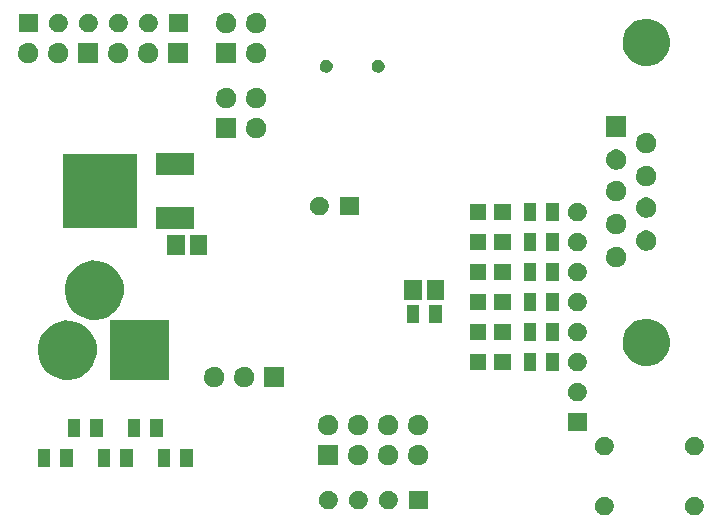
<source format=gbs>
G04 (created by PCBNEW (2013-mar-13)-testing) date śro, 14 sie 2013, 21:49:12*
%MOIN*%
G04 Gerber Fmt 3.4, Leading zero omitted, Abs format*
%FSLAX34Y34*%
G01*
G70*
G90*
G04 APERTURE LIST*
%ADD10C,0.005906*%
G04 APERTURE END LIST*
G54D10*
G36*
X1476Y-1635D02*
X846Y-1635D01*
X846Y-1005D01*
X1476Y-1005D01*
X1476Y-1635D01*
X1476Y-1635D01*
G37*
G36*
X1501Y-2288D02*
X1500Y-2361D01*
X1484Y-2429D01*
X1458Y-2487D01*
X1418Y-2544D01*
X1372Y-2588D01*
X1313Y-2625D01*
X1254Y-2648D01*
X1186Y-2660D01*
X1122Y-2659D01*
X1054Y-2644D01*
X996Y-2619D01*
X939Y-2579D01*
X895Y-2533D01*
X857Y-2474D01*
X833Y-2416D01*
X821Y-2347D01*
X822Y-2284D01*
X836Y-2215D01*
X861Y-2157D01*
X901Y-2099D01*
X946Y-2055D01*
X1004Y-2017D01*
X1063Y-1993D01*
X1132Y-1980D01*
X1195Y-1980D01*
X1264Y-1995D01*
X1322Y-2019D01*
X1380Y-2058D01*
X1424Y-2103D01*
X1463Y-2161D01*
X1487Y-2220D01*
X1500Y-2287D01*
X1501Y-2288D01*
X1501Y-2288D01*
G37*
G36*
X1901Y-16135D02*
X1471Y-16135D01*
X1471Y-15505D01*
X1901Y-15505D01*
X1901Y-16135D01*
X1901Y-16135D01*
G37*
G36*
X2476Y-1291D02*
X2475Y-1358D01*
X2460Y-1421D01*
X2436Y-1475D01*
X2399Y-1528D01*
X2357Y-1568D01*
X2302Y-1603D01*
X2247Y-1624D01*
X2184Y-1635D01*
X2125Y-1634D01*
X2062Y-1620D01*
X2008Y-1597D01*
X1955Y-1560D01*
X1914Y-1518D01*
X1879Y-1463D01*
X1858Y-1409D01*
X1846Y-1345D01*
X1847Y-1286D01*
X1860Y-1223D01*
X1883Y-1169D01*
X1920Y-1115D01*
X1962Y-1075D01*
X2016Y-1039D01*
X2070Y-1017D01*
X2134Y-1005D01*
X2192Y-1005D01*
X2256Y-1019D01*
X2310Y-1041D01*
X2364Y-1078D01*
X2405Y-1119D01*
X2441Y-1173D01*
X2463Y-1227D01*
X2463Y-1229D01*
X2476Y-1291D01*
X2476Y-1291D01*
G37*
G36*
X2501Y-2288D02*
X2500Y-2361D01*
X2484Y-2429D01*
X2458Y-2487D01*
X2418Y-2544D01*
X2372Y-2588D01*
X2313Y-2625D01*
X2254Y-2648D01*
X2186Y-2660D01*
X2122Y-2659D01*
X2054Y-2644D01*
X1996Y-2619D01*
X1939Y-2579D01*
X1895Y-2533D01*
X1857Y-2474D01*
X1833Y-2416D01*
X1821Y-2347D01*
X1822Y-2284D01*
X1836Y-2215D01*
X1861Y-2157D01*
X1901Y-2099D01*
X1946Y-2055D01*
X2004Y-2017D01*
X2063Y-1993D01*
X2132Y-1980D01*
X2195Y-1980D01*
X2264Y-1995D01*
X2322Y-2019D01*
X2380Y-2058D01*
X2424Y-2103D01*
X2463Y-2161D01*
X2487Y-2220D01*
X2500Y-2287D01*
X2501Y-2288D01*
X2501Y-2288D01*
G37*
G36*
X2651Y-16135D02*
X2221Y-16135D01*
X2221Y-15505D01*
X2651Y-15505D01*
X2651Y-16135D01*
X2651Y-16135D01*
G37*
G36*
X2901Y-15135D02*
X2471Y-15135D01*
X2471Y-14505D01*
X2901Y-14505D01*
X2901Y-15135D01*
X2901Y-15135D01*
G37*
G36*
X3446Y-12125D02*
X3443Y-12343D01*
X3399Y-12534D01*
X3322Y-12707D01*
X3209Y-12867D01*
X3071Y-12999D01*
X2906Y-13104D01*
X2728Y-13172D01*
X2535Y-13206D01*
X2345Y-13202D01*
X2154Y-13160D01*
X1980Y-13084D01*
X1819Y-12972D01*
X1687Y-12836D01*
X1580Y-12671D01*
X1510Y-12494D01*
X1475Y-12301D01*
X1478Y-12111D01*
X1518Y-11919D01*
X1593Y-11745D01*
X1704Y-11583D01*
X1840Y-11450D01*
X2004Y-11342D01*
X2180Y-11271D01*
X2373Y-11235D01*
X2563Y-11236D01*
X2755Y-11275D01*
X2930Y-11349D01*
X3093Y-11459D01*
X3226Y-11593D01*
X3335Y-11757D01*
X3407Y-11932D01*
X3408Y-11934D01*
X3446Y-12125D01*
X3446Y-12125D01*
G37*
G36*
X3476Y-1291D02*
X3475Y-1358D01*
X3460Y-1421D01*
X3436Y-1475D01*
X3399Y-1528D01*
X3357Y-1568D01*
X3302Y-1603D01*
X3247Y-1624D01*
X3184Y-1635D01*
X3125Y-1634D01*
X3062Y-1620D01*
X3008Y-1597D01*
X2955Y-1560D01*
X2914Y-1518D01*
X2879Y-1463D01*
X2858Y-1409D01*
X2846Y-1345D01*
X2847Y-1286D01*
X2860Y-1223D01*
X2883Y-1169D01*
X2920Y-1115D01*
X2962Y-1075D01*
X3016Y-1039D01*
X3070Y-1017D01*
X3134Y-1005D01*
X3192Y-1005D01*
X3256Y-1019D01*
X3310Y-1041D01*
X3364Y-1078D01*
X3405Y-1119D01*
X3441Y-1173D01*
X3463Y-1227D01*
X3463Y-1229D01*
X3476Y-1291D01*
X3476Y-1291D01*
G37*
G36*
X3501Y-2660D02*
X2821Y-2660D01*
X2821Y-1980D01*
X3501Y-1980D01*
X3501Y-2660D01*
X3501Y-2660D01*
G37*
G36*
X3651Y-15135D02*
X3221Y-15135D01*
X3221Y-14505D01*
X3651Y-14505D01*
X3651Y-15135D01*
X3651Y-15135D01*
G37*
G36*
X3901Y-16135D02*
X3471Y-16135D01*
X3471Y-15505D01*
X3901Y-15505D01*
X3901Y-16135D01*
X3901Y-16135D01*
G37*
G36*
X4346Y-10125D02*
X4343Y-10343D01*
X4299Y-10534D01*
X4222Y-10707D01*
X4109Y-10867D01*
X3971Y-10999D01*
X3806Y-11104D01*
X3628Y-11172D01*
X3435Y-11206D01*
X3245Y-11202D01*
X3054Y-11160D01*
X2880Y-11084D01*
X2719Y-10972D01*
X2587Y-10836D01*
X2480Y-10671D01*
X2410Y-10494D01*
X2375Y-10301D01*
X2378Y-10111D01*
X2418Y-9919D01*
X2493Y-9745D01*
X2604Y-9583D01*
X2740Y-9450D01*
X2904Y-9342D01*
X3080Y-9271D01*
X3273Y-9235D01*
X3463Y-9236D01*
X3655Y-9275D01*
X3830Y-9349D01*
X3993Y-9459D01*
X4126Y-9593D01*
X4235Y-9757D01*
X4307Y-9932D01*
X4308Y-9934D01*
X4346Y-10125D01*
X4346Y-10125D01*
G37*
G36*
X4476Y-1291D02*
X4475Y-1358D01*
X4460Y-1421D01*
X4436Y-1475D01*
X4399Y-1528D01*
X4357Y-1568D01*
X4302Y-1603D01*
X4247Y-1624D01*
X4184Y-1635D01*
X4125Y-1634D01*
X4062Y-1620D01*
X4008Y-1597D01*
X3955Y-1560D01*
X3914Y-1518D01*
X3879Y-1463D01*
X3858Y-1409D01*
X3846Y-1345D01*
X3847Y-1286D01*
X3860Y-1223D01*
X3883Y-1169D01*
X3920Y-1115D01*
X3962Y-1075D01*
X4016Y-1039D01*
X4070Y-1017D01*
X4134Y-1005D01*
X4192Y-1005D01*
X4256Y-1019D01*
X4310Y-1041D01*
X4364Y-1078D01*
X4405Y-1119D01*
X4441Y-1173D01*
X4463Y-1227D01*
X4463Y-1229D01*
X4476Y-1291D01*
X4476Y-1291D01*
G37*
G36*
X4501Y-2288D02*
X4500Y-2361D01*
X4484Y-2429D01*
X4458Y-2487D01*
X4418Y-2544D01*
X4372Y-2588D01*
X4313Y-2625D01*
X4254Y-2648D01*
X4186Y-2660D01*
X4122Y-2659D01*
X4054Y-2644D01*
X3996Y-2619D01*
X3939Y-2579D01*
X3895Y-2533D01*
X3857Y-2474D01*
X3833Y-2416D01*
X3821Y-2347D01*
X3822Y-2284D01*
X3836Y-2215D01*
X3861Y-2157D01*
X3901Y-2099D01*
X3946Y-2055D01*
X4004Y-2017D01*
X4063Y-1993D01*
X4132Y-1980D01*
X4195Y-1980D01*
X4264Y-1995D01*
X4322Y-2019D01*
X4380Y-2058D01*
X4424Y-2103D01*
X4463Y-2161D01*
X4487Y-2220D01*
X4500Y-2287D01*
X4501Y-2288D01*
X4501Y-2288D01*
G37*
G36*
X4651Y-16135D02*
X4221Y-16135D01*
X4221Y-15505D01*
X4651Y-15505D01*
X4651Y-16135D01*
X4651Y-16135D01*
G37*
G36*
X4801Y-8160D02*
X2321Y-8160D01*
X2321Y-5680D01*
X4801Y-5680D01*
X4801Y-8160D01*
X4801Y-8160D01*
G37*
G36*
X4901Y-15135D02*
X4471Y-15135D01*
X4471Y-14505D01*
X4901Y-14505D01*
X4901Y-15135D01*
X4901Y-15135D01*
G37*
G36*
X5476Y-1291D02*
X5475Y-1358D01*
X5460Y-1421D01*
X5436Y-1475D01*
X5399Y-1528D01*
X5357Y-1568D01*
X5302Y-1603D01*
X5247Y-1624D01*
X5184Y-1635D01*
X5125Y-1634D01*
X5062Y-1620D01*
X5008Y-1597D01*
X4955Y-1560D01*
X4914Y-1518D01*
X4879Y-1463D01*
X4858Y-1409D01*
X4846Y-1345D01*
X4847Y-1286D01*
X4860Y-1223D01*
X4883Y-1169D01*
X4920Y-1115D01*
X4962Y-1075D01*
X5016Y-1039D01*
X5070Y-1017D01*
X5134Y-1005D01*
X5192Y-1005D01*
X5256Y-1019D01*
X5310Y-1041D01*
X5364Y-1078D01*
X5405Y-1119D01*
X5441Y-1173D01*
X5463Y-1227D01*
X5463Y-1229D01*
X5476Y-1291D01*
X5476Y-1291D01*
G37*
G36*
X5501Y-2288D02*
X5500Y-2361D01*
X5484Y-2429D01*
X5458Y-2487D01*
X5418Y-2544D01*
X5372Y-2588D01*
X5313Y-2625D01*
X5254Y-2648D01*
X5186Y-2660D01*
X5122Y-2659D01*
X5054Y-2644D01*
X4996Y-2619D01*
X4939Y-2579D01*
X4895Y-2533D01*
X4857Y-2474D01*
X4833Y-2416D01*
X4821Y-2347D01*
X4822Y-2284D01*
X4836Y-2215D01*
X4861Y-2157D01*
X4901Y-2099D01*
X4946Y-2055D01*
X5004Y-2017D01*
X5063Y-1993D01*
X5132Y-1980D01*
X5195Y-1980D01*
X5264Y-1995D01*
X5322Y-2019D01*
X5380Y-2058D01*
X5424Y-2103D01*
X5463Y-2161D01*
X5487Y-2220D01*
X5500Y-2287D01*
X5501Y-2288D01*
X5501Y-2288D01*
G37*
G36*
X5651Y-15135D02*
X5221Y-15135D01*
X5221Y-14505D01*
X5651Y-14505D01*
X5651Y-15135D01*
X5651Y-15135D01*
G37*
G36*
X5846Y-13205D02*
X3876Y-13205D01*
X3876Y-11235D01*
X5846Y-11235D01*
X5846Y-13205D01*
X5846Y-13205D01*
G37*
G36*
X5901Y-16135D02*
X5471Y-16135D01*
X5471Y-15505D01*
X5901Y-15505D01*
X5901Y-16135D01*
X5901Y-16135D01*
G37*
G36*
X6382Y-9055D02*
X5790Y-9055D01*
X5790Y-8385D01*
X6382Y-8385D01*
X6382Y-9055D01*
X6382Y-9055D01*
G37*
G36*
X6476Y-1635D02*
X5846Y-1635D01*
X5846Y-1005D01*
X6476Y-1005D01*
X6476Y-1635D01*
X6476Y-1635D01*
G37*
G36*
X6501Y-2660D02*
X5821Y-2660D01*
X5821Y-1980D01*
X6501Y-1980D01*
X6501Y-2660D01*
X6501Y-2660D01*
G37*
G36*
X6651Y-16135D02*
X6221Y-16135D01*
X6221Y-15505D01*
X6651Y-15505D01*
X6651Y-16135D01*
X6651Y-16135D01*
G37*
G36*
X6701Y-6385D02*
X5421Y-6385D01*
X5421Y-5655D01*
X6701Y-5655D01*
X6701Y-6385D01*
X6701Y-6385D01*
G37*
G36*
X6701Y-8185D02*
X5421Y-8185D01*
X5421Y-7455D01*
X6701Y-7455D01*
X6701Y-8185D01*
X6701Y-8185D01*
G37*
G36*
X7132Y-9055D02*
X6540Y-9055D01*
X6540Y-8385D01*
X7132Y-8385D01*
X7132Y-9055D01*
X7132Y-9055D01*
G37*
G36*
X7701Y-13088D02*
X7700Y-13161D01*
X7684Y-13229D01*
X7658Y-13287D01*
X7618Y-13344D01*
X7572Y-13388D01*
X7513Y-13425D01*
X7454Y-13448D01*
X7386Y-13460D01*
X7322Y-13459D01*
X7254Y-13444D01*
X7196Y-13419D01*
X7139Y-13379D01*
X7095Y-13333D01*
X7057Y-13274D01*
X7033Y-13216D01*
X7021Y-13147D01*
X7022Y-13084D01*
X7036Y-13015D01*
X7061Y-12957D01*
X7101Y-12899D01*
X7146Y-12855D01*
X7204Y-12817D01*
X7263Y-12793D01*
X7332Y-12780D01*
X7395Y-12780D01*
X7464Y-12795D01*
X7522Y-12819D01*
X7580Y-12858D01*
X7624Y-12903D01*
X7663Y-12961D01*
X7687Y-13020D01*
X7700Y-13087D01*
X7701Y-13088D01*
X7701Y-13088D01*
G37*
G36*
X8101Y-1288D02*
X8100Y-1361D01*
X8084Y-1429D01*
X8058Y-1487D01*
X8018Y-1544D01*
X7972Y-1588D01*
X7913Y-1625D01*
X7854Y-1648D01*
X7786Y-1660D01*
X7722Y-1659D01*
X7654Y-1644D01*
X7596Y-1619D01*
X7539Y-1579D01*
X7495Y-1533D01*
X7457Y-1474D01*
X7433Y-1416D01*
X7421Y-1347D01*
X7422Y-1284D01*
X7436Y-1215D01*
X7461Y-1157D01*
X7501Y-1099D01*
X7546Y-1055D01*
X7604Y-1017D01*
X7663Y-993D01*
X7732Y-980D01*
X7795Y-980D01*
X7864Y-995D01*
X7922Y-1019D01*
X7980Y-1058D01*
X8024Y-1103D01*
X8063Y-1161D01*
X8087Y-1220D01*
X8100Y-1287D01*
X8101Y-1288D01*
X8101Y-1288D01*
G37*
G36*
X8101Y-3788D02*
X8100Y-3861D01*
X8084Y-3929D01*
X8058Y-3987D01*
X8018Y-4044D01*
X7972Y-4088D01*
X7913Y-4125D01*
X7854Y-4148D01*
X7786Y-4160D01*
X7722Y-4159D01*
X7654Y-4144D01*
X7596Y-4119D01*
X7539Y-4079D01*
X7495Y-4033D01*
X7457Y-3974D01*
X7433Y-3916D01*
X7421Y-3847D01*
X7422Y-3784D01*
X7436Y-3715D01*
X7461Y-3657D01*
X7501Y-3599D01*
X7546Y-3555D01*
X7604Y-3517D01*
X7663Y-3493D01*
X7732Y-3480D01*
X7795Y-3480D01*
X7864Y-3495D01*
X7922Y-3519D01*
X7980Y-3558D01*
X8024Y-3603D01*
X8063Y-3661D01*
X8087Y-3720D01*
X8100Y-3787D01*
X8101Y-3788D01*
X8101Y-3788D01*
G37*
G36*
X8101Y-2660D02*
X7421Y-2660D01*
X7421Y-1980D01*
X8101Y-1980D01*
X8101Y-2660D01*
X8101Y-2660D01*
G37*
G36*
X8101Y-5160D02*
X7421Y-5160D01*
X7421Y-4480D01*
X8101Y-4480D01*
X8101Y-5160D01*
X8101Y-5160D01*
G37*
G36*
X8701Y-13088D02*
X8700Y-13161D01*
X8684Y-13229D01*
X8658Y-13287D01*
X8618Y-13344D01*
X8572Y-13388D01*
X8513Y-13425D01*
X8454Y-13448D01*
X8386Y-13460D01*
X8322Y-13459D01*
X8254Y-13444D01*
X8196Y-13419D01*
X8139Y-13379D01*
X8095Y-13333D01*
X8057Y-13274D01*
X8033Y-13216D01*
X8021Y-13147D01*
X8022Y-13084D01*
X8036Y-13015D01*
X8061Y-12957D01*
X8101Y-12899D01*
X8146Y-12855D01*
X8204Y-12817D01*
X8263Y-12793D01*
X8332Y-12780D01*
X8395Y-12780D01*
X8464Y-12795D01*
X8522Y-12819D01*
X8580Y-12858D01*
X8624Y-12903D01*
X8663Y-12961D01*
X8687Y-13020D01*
X8700Y-13087D01*
X8701Y-13088D01*
X8701Y-13088D01*
G37*
G36*
X9101Y-1288D02*
X9100Y-1361D01*
X9084Y-1429D01*
X9058Y-1487D01*
X9018Y-1544D01*
X8972Y-1588D01*
X8913Y-1625D01*
X8854Y-1648D01*
X8786Y-1660D01*
X8722Y-1659D01*
X8654Y-1644D01*
X8596Y-1619D01*
X8539Y-1579D01*
X8495Y-1533D01*
X8457Y-1474D01*
X8433Y-1416D01*
X8421Y-1347D01*
X8422Y-1284D01*
X8436Y-1215D01*
X8461Y-1157D01*
X8501Y-1099D01*
X8546Y-1055D01*
X8604Y-1017D01*
X8663Y-993D01*
X8732Y-980D01*
X8795Y-980D01*
X8864Y-995D01*
X8922Y-1019D01*
X8980Y-1058D01*
X9024Y-1103D01*
X9063Y-1161D01*
X9087Y-1220D01*
X9100Y-1287D01*
X9101Y-1288D01*
X9101Y-1288D01*
G37*
G36*
X9101Y-2288D02*
X9100Y-2361D01*
X9084Y-2429D01*
X9058Y-2487D01*
X9018Y-2544D01*
X8972Y-2588D01*
X8913Y-2625D01*
X8854Y-2648D01*
X8786Y-2660D01*
X8722Y-2659D01*
X8654Y-2644D01*
X8596Y-2619D01*
X8539Y-2579D01*
X8495Y-2533D01*
X8457Y-2474D01*
X8433Y-2416D01*
X8421Y-2347D01*
X8422Y-2284D01*
X8436Y-2215D01*
X8461Y-2157D01*
X8501Y-2099D01*
X8546Y-2055D01*
X8604Y-2017D01*
X8663Y-1993D01*
X8732Y-1980D01*
X8795Y-1980D01*
X8864Y-1995D01*
X8922Y-2019D01*
X8980Y-2058D01*
X9024Y-2103D01*
X9063Y-2161D01*
X9087Y-2220D01*
X9100Y-2287D01*
X9101Y-2288D01*
X9101Y-2288D01*
G37*
G36*
X9101Y-3788D02*
X9100Y-3861D01*
X9084Y-3929D01*
X9058Y-3987D01*
X9018Y-4044D01*
X8972Y-4088D01*
X8913Y-4125D01*
X8854Y-4148D01*
X8786Y-4160D01*
X8722Y-4159D01*
X8654Y-4144D01*
X8596Y-4119D01*
X8539Y-4079D01*
X8495Y-4033D01*
X8457Y-3974D01*
X8433Y-3916D01*
X8421Y-3847D01*
X8422Y-3784D01*
X8436Y-3715D01*
X8461Y-3657D01*
X8501Y-3599D01*
X8546Y-3555D01*
X8604Y-3517D01*
X8663Y-3493D01*
X8732Y-3480D01*
X8795Y-3480D01*
X8864Y-3495D01*
X8922Y-3519D01*
X8980Y-3558D01*
X9024Y-3603D01*
X9063Y-3661D01*
X9087Y-3720D01*
X9100Y-3787D01*
X9101Y-3788D01*
X9101Y-3788D01*
G37*
G36*
X9101Y-4788D02*
X9100Y-4861D01*
X9084Y-4929D01*
X9058Y-4987D01*
X9018Y-5044D01*
X8972Y-5088D01*
X8913Y-5125D01*
X8854Y-5148D01*
X8786Y-5160D01*
X8722Y-5159D01*
X8654Y-5144D01*
X8596Y-5119D01*
X8539Y-5079D01*
X8495Y-5033D01*
X8457Y-4974D01*
X8433Y-4916D01*
X8421Y-4847D01*
X8422Y-4784D01*
X8436Y-4715D01*
X8461Y-4657D01*
X8501Y-4599D01*
X8546Y-4555D01*
X8604Y-4517D01*
X8663Y-4493D01*
X8732Y-4480D01*
X8795Y-4480D01*
X8864Y-4495D01*
X8922Y-4519D01*
X8980Y-4558D01*
X9024Y-4603D01*
X9063Y-4661D01*
X9087Y-4720D01*
X9100Y-4787D01*
X9101Y-4788D01*
X9101Y-4788D01*
G37*
G36*
X9701Y-13460D02*
X9021Y-13460D01*
X9021Y-12780D01*
X9701Y-12780D01*
X9701Y-13460D01*
X9701Y-13460D01*
G37*
G36*
X11176Y-7391D02*
X11175Y-7458D01*
X11160Y-7521D01*
X11136Y-7575D01*
X11099Y-7628D01*
X11057Y-7668D01*
X11002Y-7703D01*
X10947Y-7724D01*
X10884Y-7735D01*
X10825Y-7734D01*
X10762Y-7720D01*
X10708Y-7697D01*
X10655Y-7660D01*
X10614Y-7618D01*
X10579Y-7563D01*
X10558Y-7509D01*
X10546Y-7445D01*
X10547Y-7386D01*
X10560Y-7323D01*
X10583Y-7269D01*
X10620Y-7215D01*
X10662Y-7175D01*
X10716Y-7139D01*
X10770Y-7117D01*
X10834Y-7105D01*
X10892Y-7105D01*
X10956Y-7119D01*
X11010Y-7141D01*
X11064Y-7178D01*
X11105Y-7219D01*
X11141Y-7273D01*
X11163Y-7327D01*
X11163Y-7329D01*
X11176Y-7391D01*
X11176Y-7391D01*
G37*
G36*
X11312Y-2735D02*
X11311Y-2781D01*
X11301Y-2825D01*
X11285Y-2861D01*
X11259Y-2898D01*
X11230Y-2926D01*
X11192Y-2950D01*
X11155Y-2964D01*
X11110Y-2972D01*
X11071Y-2971D01*
X11026Y-2961D01*
X10990Y-2946D01*
X10953Y-2920D01*
X10925Y-2891D01*
X10901Y-2853D01*
X10886Y-2817D01*
X10878Y-2772D01*
X10879Y-2732D01*
X10888Y-2688D01*
X10903Y-2652D01*
X10929Y-2614D01*
X10957Y-2586D01*
X10996Y-2561D01*
X11032Y-2547D01*
X11077Y-2538D01*
X11116Y-2538D01*
X11161Y-2548D01*
X11197Y-2563D01*
X11235Y-2588D01*
X11262Y-2616D01*
X11288Y-2654D01*
X11303Y-2690D01*
X11312Y-2735D01*
X11312Y-2735D01*
G37*
G36*
X11476Y-17191D02*
X11475Y-17258D01*
X11460Y-17321D01*
X11436Y-17375D01*
X11399Y-17428D01*
X11357Y-17468D01*
X11302Y-17503D01*
X11247Y-17524D01*
X11184Y-17535D01*
X11125Y-17534D01*
X11062Y-17520D01*
X11008Y-17497D01*
X10955Y-17460D01*
X10914Y-17418D01*
X10879Y-17363D01*
X10858Y-17309D01*
X10846Y-17245D01*
X10847Y-17186D01*
X10860Y-17123D01*
X10883Y-17069D01*
X10920Y-17015D01*
X10962Y-16975D01*
X11016Y-16939D01*
X11070Y-16917D01*
X11134Y-16905D01*
X11192Y-16905D01*
X11256Y-16919D01*
X11310Y-16941D01*
X11364Y-16978D01*
X11405Y-17019D01*
X11441Y-17073D01*
X11463Y-17127D01*
X11463Y-17129D01*
X11476Y-17191D01*
X11476Y-17191D01*
G37*
G36*
X11501Y-14688D02*
X11500Y-14761D01*
X11484Y-14829D01*
X11458Y-14887D01*
X11418Y-14944D01*
X11372Y-14988D01*
X11313Y-15025D01*
X11254Y-15048D01*
X11186Y-15060D01*
X11122Y-15059D01*
X11054Y-15044D01*
X10996Y-15019D01*
X10939Y-14979D01*
X10895Y-14933D01*
X10857Y-14874D01*
X10833Y-14816D01*
X10821Y-14747D01*
X10822Y-14684D01*
X10836Y-14615D01*
X10861Y-14557D01*
X10901Y-14499D01*
X10946Y-14455D01*
X11004Y-14417D01*
X11063Y-14393D01*
X11132Y-14380D01*
X11195Y-14380D01*
X11264Y-14395D01*
X11322Y-14419D01*
X11380Y-14458D01*
X11424Y-14503D01*
X11463Y-14561D01*
X11487Y-14620D01*
X11500Y-14687D01*
X11501Y-14688D01*
X11501Y-14688D01*
G37*
G36*
X11501Y-16060D02*
X10821Y-16060D01*
X10821Y-15380D01*
X11501Y-15380D01*
X11501Y-16060D01*
X11501Y-16060D01*
G37*
G36*
X12176Y-7735D02*
X11546Y-7735D01*
X11546Y-7105D01*
X12176Y-7105D01*
X12176Y-7735D01*
X12176Y-7735D01*
G37*
G36*
X12476Y-17191D02*
X12475Y-17258D01*
X12460Y-17321D01*
X12436Y-17375D01*
X12399Y-17428D01*
X12357Y-17468D01*
X12302Y-17503D01*
X12247Y-17524D01*
X12184Y-17535D01*
X12125Y-17534D01*
X12062Y-17520D01*
X12008Y-17497D01*
X11955Y-17460D01*
X11914Y-17418D01*
X11879Y-17363D01*
X11858Y-17309D01*
X11846Y-17245D01*
X11847Y-17186D01*
X11860Y-17123D01*
X11883Y-17069D01*
X11920Y-17015D01*
X11962Y-16975D01*
X12016Y-16939D01*
X12070Y-16917D01*
X12134Y-16905D01*
X12192Y-16905D01*
X12256Y-16919D01*
X12310Y-16941D01*
X12364Y-16978D01*
X12405Y-17019D01*
X12441Y-17073D01*
X12463Y-17127D01*
X12463Y-17129D01*
X12476Y-17191D01*
X12476Y-17191D01*
G37*
G36*
X12501Y-14688D02*
X12500Y-14761D01*
X12484Y-14829D01*
X12458Y-14887D01*
X12418Y-14944D01*
X12372Y-14988D01*
X12313Y-15025D01*
X12254Y-15048D01*
X12186Y-15060D01*
X12122Y-15059D01*
X12054Y-15044D01*
X11996Y-15019D01*
X11939Y-14979D01*
X11895Y-14933D01*
X11857Y-14874D01*
X11833Y-14816D01*
X11821Y-14747D01*
X11822Y-14684D01*
X11836Y-14615D01*
X11861Y-14557D01*
X11901Y-14499D01*
X11946Y-14455D01*
X12004Y-14417D01*
X12063Y-14393D01*
X12132Y-14380D01*
X12195Y-14380D01*
X12264Y-14395D01*
X12322Y-14419D01*
X12380Y-14458D01*
X12424Y-14503D01*
X12463Y-14561D01*
X12487Y-14620D01*
X12500Y-14687D01*
X12501Y-14688D01*
X12501Y-14688D01*
G37*
G36*
X12501Y-15688D02*
X12500Y-15761D01*
X12484Y-15829D01*
X12458Y-15887D01*
X12418Y-15944D01*
X12372Y-15988D01*
X12313Y-16025D01*
X12254Y-16048D01*
X12186Y-16060D01*
X12122Y-16059D01*
X12054Y-16044D01*
X11996Y-16019D01*
X11939Y-15979D01*
X11895Y-15933D01*
X11857Y-15874D01*
X11833Y-15816D01*
X11821Y-15747D01*
X11822Y-15684D01*
X11836Y-15615D01*
X11861Y-15557D01*
X11901Y-15499D01*
X11946Y-15455D01*
X12004Y-15417D01*
X12063Y-15393D01*
X12132Y-15380D01*
X12195Y-15380D01*
X12264Y-15395D01*
X12322Y-15419D01*
X12380Y-15458D01*
X12424Y-15503D01*
X12463Y-15561D01*
X12487Y-15620D01*
X12500Y-15687D01*
X12501Y-15688D01*
X12501Y-15688D01*
G37*
G36*
X13044Y-2735D02*
X13043Y-2781D01*
X13033Y-2825D01*
X13017Y-2861D01*
X12991Y-2898D01*
X12962Y-2926D01*
X12924Y-2950D01*
X12887Y-2964D01*
X12842Y-2972D01*
X12803Y-2971D01*
X12758Y-2961D01*
X12722Y-2946D01*
X12685Y-2920D01*
X12657Y-2891D01*
X12633Y-2853D01*
X12618Y-2817D01*
X12610Y-2772D01*
X12611Y-2732D01*
X12620Y-2688D01*
X12635Y-2652D01*
X12661Y-2614D01*
X12689Y-2586D01*
X12728Y-2561D01*
X12764Y-2547D01*
X12809Y-2538D01*
X12848Y-2538D01*
X12893Y-2548D01*
X12929Y-2563D01*
X12967Y-2588D01*
X12994Y-2616D01*
X13020Y-2654D01*
X13035Y-2690D01*
X13044Y-2735D01*
X13044Y-2735D01*
G37*
G36*
X13476Y-17191D02*
X13475Y-17258D01*
X13460Y-17321D01*
X13436Y-17375D01*
X13399Y-17428D01*
X13357Y-17468D01*
X13302Y-17503D01*
X13247Y-17524D01*
X13184Y-17535D01*
X13125Y-17534D01*
X13062Y-17520D01*
X13008Y-17497D01*
X12955Y-17460D01*
X12914Y-17418D01*
X12879Y-17363D01*
X12858Y-17309D01*
X12846Y-17245D01*
X12847Y-17186D01*
X12860Y-17123D01*
X12883Y-17069D01*
X12920Y-17015D01*
X12962Y-16975D01*
X13016Y-16939D01*
X13070Y-16917D01*
X13134Y-16905D01*
X13192Y-16905D01*
X13256Y-16919D01*
X13310Y-16941D01*
X13364Y-16978D01*
X13405Y-17019D01*
X13441Y-17073D01*
X13463Y-17127D01*
X13463Y-17129D01*
X13476Y-17191D01*
X13476Y-17191D01*
G37*
G36*
X13501Y-14688D02*
X13500Y-14761D01*
X13484Y-14829D01*
X13458Y-14887D01*
X13418Y-14944D01*
X13372Y-14988D01*
X13313Y-15025D01*
X13254Y-15048D01*
X13186Y-15060D01*
X13122Y-15059D01*
X13054Y-15044D01*
X12996Y-15019D01*
X12939Y-14979D01*
X12895Y-14933D01*
X12857Y-14874D01*
X12833Y-14816D01*
X12821Y-14747D01*
X12822Y-14684D01*
X12836Y-14615D01*
X12861Y-14557D01*
X12901Y-14499D01*
X12946Y-14455D01*
X13004Y-14417D01*
X13063Y-14393D01*
X13132Y-14380D01*
X13195Y-14380D01*
X13264Y-14395D01*
X13322Y-14419D01*
X13380Y-14458D01*
X13424Y-14503D01*
X13463Y-14561D01*
X13487Y-14620D01*
X13500Y-14687D01*
X13501Y-14688D01*
X13501Y-14688D01*
G37*
G36*
X13501Y-15688D02*
X13500Y-15761D01*
X13484Y-15829D01*
X13458Y-15887D01*
X13418Y-15944D01*
X13372Y-15988D01*
X13313Y-16025D01*
X13254Y-16048D01*
X13186Y-16060D01*
X13122Y-16059D01*
X13054Y-16044D01*
X12996Y-16019D01*
X12939Y-15979D01*
X12895Y-15933D01*
X12857Y-15874D01*
X12833Y-15816D01*
X12821Y-15747D01*
X12822Y-15684D01*
X12836Y-15615D01*
X12861Y-15557D01*
X12901Y-15499D01*
X12946Y-15455D01*
X13004Y-15417D01*
X13063Y-15393D01*
X13132Y-15380D01*
X13195Y-15380D01*
X13264Y-15395D01*
X13322Y-15419D01*
X13380Y-15458D01*
X13424Y-15503D01*
X13463Y-15561D01*
X13487Y-15620D01*
X13500Y-15687D01*
X13501Y-15688D01*
X13501Y-15688D01*
G37*
G36*
X14201Y-11335D02*
X13771Y-11335D01*
X13771Y-10705D01*
X14201Y-10705D01*
X14201Y-11335D01*
X14201Y-11335D01*
G37*
G36*
X14282Y-10555D02*
X13690Y-10555D01*
X13690Y-9885D01*
X14282Y-9885D01*
X14282Y-10555D01*
X14282Y-10555D01*
G37*
G36*
X14476Y-17535D02*
X13846Y-17535D01*
X13846Y-16905D01*
X14476Y-16905D01*
X14476Y-17535D01*
X14476Y-17535D01*
G37*
G36*
X14501Y-14688D02*
X14500Y-14761D01*
X14484Y-14829D01*
X14458Y-14887D01*
X14418Y-14944D01*
X14372Y-14988D01*
X14313Y-15025D01*
X14254Y-15048D01*
X14186Y-15060D01*
X14122Y-15059D01*
X14054Y-15044D01*
X13996Y-15019D01*
X13939Y-14979D01*
X13895Y-14933D01*
X13857Y-14874D01*
X13833Y-14816D01*
X13821Y-14747D01*
X13822Y-14684D01*
X13836Y-14615D01*
X13861Y-14557D01*
X13901Y-14499D01*
X13946Y-14455D01*
X14004Y-14417D01*
X14063Y-14393D01*
X14132Y-14380D01*
X14195Y-14380D01*
X14264Y-14395D01*
X14322Y-14419D01*
X14380Y-14458D01*
X14424Y-14503D01*
X14463Y-14561D01*
X14487Y-14620D01*
X14500Y-14687D01*
X14501Y-14688D01*
X14501Y-14688D01*
G37*
G36*
X14501Y-15688D02*
X14500Y-15761D01*
X14484Y-15829D01*
X14458Y-15887D01*
X14418Y-15944D01*
X14372Y-15988D01*
X14313Y-16025D01*
X14254Y-16048D01*
X14186Y-16060D01*
X14122Y-16059D01*
X14054Y-16044D01*
X13996Y-16019D01*
X13939Y-15979D01*
X13895Y-15933D01*
X13857Y-15874D01*
X13833Y-15816D01*
X13821Y-15747D01*
X13822Y-15684D01*
X13836Y-15615D01*
X13861Y-15557D01*
X13901Y-15499D01*
X13946Y-15455D01*
X14004Y-15417D01*
X14063Y-15393D01*
X14132Y-15380D01*
X14195Y-15380D01*
X14264Y-15395D01*
X14322Y-15419D01*
X14380Y-15458D01*
X14424Y-15503D01*
X14463Y-15561D01*
X14487Y-15620D01*
X14500Y-15687D01*
X14501Y-15688D01*
X14501Y-15688D01*
G37*
G36*
X14951Y-11335D02*
X14521Y-11335D01*
X14521Y-10705D01*
X14951Y-10705D01*
X14951Y-11335D01*
X14951Y-11335D01*
G37*
G36*
X15032Y-10555D02*
X14440Y-10555D01*
X14440Y-9885D01*
X15032Y-9885D01*
X15032Y-10555D01*
X15032Y-10555D01*
G37*
G36*
X16424Y-7896D02*
X15872Y-7896D01*
X15872Y-7344D01*
X16424Y-7344D01*
X16424Y-7896D01*
X16424Y-7896D01*
G37*
G36*
X16424Y-8896D02*
X15872Y-8896D01*
X15872Y-8344D01*
X16424Y-8344D01*
X16424Y-8896D01*
X16424Y-8896D01*
G37*
G36*
X16424Y-9896D02*
X15872Y-9896D01*
X15872Y-9344D01*
X16424Y-9344D01*
X16424Y-9896D01*
X16424Y-9896D01*
G37*
G36*
X16424Y-10896D02*
X15872Y-10896D01*
X15872Y-10344D01*
X16424Y-10344D01*
X16424Y-10896D01*
X16424Y-10896D01*
G37*
G36*
X16424Y-11896D02*
X15872Y-11896D01*
X15872Y-11344D01*
X16424Y-11344D01*
X16424Y-11896D01*
X16424Y-11896D01*
G37*
G36*
X16424Y-12896D02*
X15872Y-12896D01*
X15872Y-12344D01*
X16424Y-12344D01*
X16424Y-12896D01*
X16424Y-12896D01*
G37*
G36*
X17250Y-7896D02*
X16698Y-7896D01*
X16698Y-7344D01*
X17250Y-7344D01*
X17250Y-7896D01*
X17250Y-7896D01*
G37*
G36*
X17250Y-8896D02*
X16698Y-8896D01*
X16698Y-8344D01*
X17250Y-8344D01*
X17250Y-8896D01*
X17250Y-8896D01*
G37*
G36*
X17250Y-9896D02*
X16698Y-9896D01*
X16698Y-9344D01*
X17250Y-9344D01*
X17250Y-9896D01*
X17250Y-9896D01*
G37*
G36*
X17250Y-10896D02*
X16698Y-10896D01*
X16698Y-10344D01*
X17250Y-10344D01*
X17250Y-10896D01*
X17250Y-10896D01*
G37*
G36*
X17250Y-11896D02*
X16698Y-11896D01*
X16698Y-11344D01*
X17250Y-11344D01*
X17250Y-11896D01*
X17250Y-11896D01*
G37*
G36*
X17250Y-12896D02*
X16698Y-12896D01*
X16698Y-12344D01*
X17250Y-12344D01*
X17250Y-12896D01*
X17250Y-12896D01*
G37*
G36*
X18101Y-7935D02*
X17671Y-7935D01*
X17671Y-7305D01*
X18101Y-7305D01*
X18101Y-7935D01*
X18101Y-7935D01*
G37*
G36*
X18101Y-8935D02*
X17671Y-8935D01*
X17671Y-8305D01*
X18101Y-8305D01*
X18101Y-8935D01*
X18101Y-8935D01*
G37*
G36*
X18101Y-9935D02*
X17671Y-9935D01*
X17671Y-9305D01*
X18101Y-9305D01*
X18101Y-9935D01*
X18101Y-9935D01*
G37*
G36*
X18101Y-10935D02*
X17671Y-10935D01*
X17671Y-10305D01*
X18101Y-10305D01*
X18101Y-10935D01*
X18101Y-10935D01*
G37*
G36*
X18101Y-11935D02*
X17671Y-11935D01*
X17671Y-11305D01*
X18101Y-11305D01*
X18101Y-11935D01*
X18101Y-11935D01*
G37*
G36*
X18101Y-12935D02*
X17671Y-12935D01*
X17671Y-12305D01*
X18101Y-12305D01*
X18101Y-12935D01*
X18101Y-12935D01*
G37*
G36*
X18851Y-7935D02*
X18421Y-7935D01*
X18421Y-7305D01*
X18851Y-7305D01*
X18851Y-7935D01*
X18851Y-7935D01*
G37*
G36*
X18851Y-8935D02*
X18421Y-8935D01*
X18421Y-8305D01*
X18851Y-8305D01*
X18851Y-8935D01*
X18851Y-8935D01*
G37*
G36*
X18851Y-9935D02*
X18421Y-9935D01*
X18421Y-9305D01*
X18851Y-9305D01*
X18851Y-9935D01*
X18851Y-9935D01*
G37*
G36*
X18851Y-10935D02*
X18421Y-10935D01*
X18421Y-10305D01*
X18851Y-10305D01*
X18851Y-10935D01*
X18851Y-10935D01*
G37*
G36*
X18851Y-11935D02*
X18421Y-11935D01*
X18421Y-11305D01*
X18851Y-11305D01*
X18851Y-11935D01*
X18851Y-11935D01*
G37*
G36*
X18851Y-12935D02*
X18421Y-12935D01*
X18421Y-12305D01*
X18851Y-12305D01*
X18851Y-12935D01*
X18851Y-12935D01*
G37*
G36*
X19776Y-7591D02*
X19775Y-7658D01*
X19760Y-7721D01*
X19736Y-7775D01*
X19699Y-7828D01*
X19657Y-7868D01*
X19602Y-7903D01*
X19547Y-7924D01*
X19484Y-7935D01*
X19425Y-7934D01*
X19362Y-7920D01*
X19308Y-7897D01*
X19255Y-7860D01*
X19214Y-7818D01*
X19179Y-7763D01*
X19158Y-7709D01*
X19146Y-7645D01*
X19147Y-7586D01*
X19160Y-7523D01*
X19183Y-7469D01*
X19220Y-7415D01*
X19262Y-7375D01*
X19316Y-7339D01*
X19370Y-7317D01*
X19434Y-7305D01*
X19492Y-7305D01*
X19556Y-7319D01*
X19610Y-7341D01*
X19664Y-7378D01*
X19705Y-7419D01*
X19741Y-7473D01*
X19763Y-7527D01*
X19763Y-7529D01*
X19776Y-7591D01*
X19776Y-7591D01*
G37*
G36*
X19776Y-8591D02*
X19775Y-8658D01*
X19760Y-8721D01*
X19736Y-8775D01*
X19699Y-8828D01*
X19657Y-8868D01*
X19602Y-8903D01*
X19547Y-8924D01*
X19484Y-8935D01*
X19425Y-8934D01*
X19362Y-8920D01*
X19308Y-8897D01*
X19255Y-8860D01*
X19214Y-8818D01*
X19179Y-8763D01*
X19158Y-8709D01*
X19146Y-8645D01*
X19147Y-8586D01*
X19160Y-8523D01*
X19183Y-8469D01*
X19220Y-8415D01*
X19262Y-8375D01*
X19316Y-8339D01*
X19370Y-8317D01*
X19434Y-8305D01*
X19492Y-8305D01*
X19556Y-8319D01*
X19610Y-8341D01*
X19664Y-8378D01*
X19705Y-8419D01*
X19741Y-8473D01*
X19763Y-8527D01*
X19763Y-8529D01*
X19776Y-8591D01*
X19776Y-8591D01*
G37*
G36*
X19776Y-9591D02*
X19775Y-9658D01*
X19760Y-9721D01*
X19736Y-9775D01*
X19699Y-9828D01*
X19657Y-9868D01*
X19602Y-9903D01*
X19547Y-9924D01*
X19484Y-9935D01*
X19425Y-9934D01*
X19362Y-9920D01*
X19308Y-9897D01*
X19255Y-9860D01*
X19214Y-9818D01*
X19179Y-9763D01*
X19158Y-9709D01*
X19146Y-9645D01*
X19147Y-9586D01*
X19160Y-9523D01*
X19183Y-9469D01*
X19220Y-9415D01*
X19262Y-9375D01*
X19316Y-9339D01*
X19370Y-9317D01*
X19434Y-9305D01*
X19492Y-9305D01*
X19556Y-9319D01*
X19610Y-9341D01*
X19664Y-9378D01*
X19705Y-9419D01*
X19741Y-9473D01*
X19763Y-9527D01*
X19763Y-9529D01*
X19776Y-9591D01*
X19776Y-9591D01*
G37*
G36*
X19776Y-10591D02*
X19775Y-10658D01*
X19760Y-10721D01*
X19736Y-10775D01*
X19699Y-10828D01*
X19657Y-10868D01*
X19602Y-10903D01*
X19547Y-10924D01*
X19484Y-10935D01*
X19425Y-10934D01*
X19362Y-10920D01*
X19308Y-10897D01*
X19255Y-10860D01*
X19214Y-10818D01*
X19179Y-10763D01*
X19158Y-10709D01*
X19146Y-10645D01*
X19147Y-10586D01*
X19160Y-10523D01*
X19183Y-10469D01*
X19220Y-10415D01*
X19262Y-10375D01*
X19316Y-10339D01*
X19370Y-10317D01*
X19434Y-10305D01*
X19492Y-10305D01*
X19556Y-10319D01*
X19610Y-10341D01*
X19664Y-10378D01*
X19705Y-10419D01*
X19741Y-10473D01*
X19763Y-10527D01*
X19763Y-10529D01*
X19776Y-10591D01*
X19776Y-10591D01*
G37*
G36*
X19776Y-11591D02*
X19775Y-11658D01*
X19760Y-11721D01*
X19736Y-11775D01*
X19699Y-11828D01*
X19657Y-11868D01*
X19602Y-11903D01*
X19547Y-11924D01*
X19484Y-11935D01*
X19425Y-11934D01*
X19362Y-11920D01*
X19308Y-11897D01*
X19255Y-11860D01*
X19214Y-11818D01*
X19179Y-11763D01*
X19158Y-11709D01*
X19146Y-11645D01*
X19147Y-11586D01*
X19160Y-11523D01*
X19183Y-11469D01*
X19220Y-11415D01*
X19262Y-11375D01*
X19316Y-11339D01*
X19370Y-11317D01*
X19434Y-11305D01*
X19492Y-11305D01*
X19556Y-11319D01*
X19610Y-11341D01*
X19664Y-11378D01*
X19705Y-11419D01*
X19741Y-11473D01*
X19763Y-11527D01*
X19763Y-11529D01*
X19776Y-11591D01*
X19776Y-11591D01*
G37*
G36*
X19776Y-12591D02*
X19775Y-12658D01*
X19760Y-12721D01*
X19736Y-12775D01*
X19699Y-12828D01*
X19657Y-12868D01*
X19602Y-12903D01*
X19547Y-12924D01*
X19484Y-12935D01*
X19425Y-12934D01*
X19362Y-12920D01*
X19308Y-12897D01*
X19255Y-12860D01*
X19214Y-12818D01*
X19179Y-12763D01*
X19158Y-12709D01*
X19146Y-12645D01*
X19147Y-12586D01*
X19160Y-12523D01*
X19183Y-12469D01*
X19220Y-12415D01*
X19262Y-12375D01*
X19316Y-12339D01*
X19370Y-12317D01*
X19434Y-12305D01*
X19492Y-12305D01*
X19556Y-12319D01*
X19610Y-12341D01*
X19664Y-12378D01*
X19705Y-12419D01*
X19741Y-12473D01*
X19763Y-12527D01*
X19763Y-12529D01*
X19776Y-12591D01*
X19776Y-12591D01*
G37*
G36*
X19776Y-13591D02*
X19775Y-13658D01*
X19760Y-13721D01*
X19736Y-13775D01*
X19699Y-13828D01*
X19657Y-13868D01*
X19602Y-13903D01*
X19547Y-13924D01*
X19484Y-13935D01*
X19425Y-13934D01*
X19362Y-13920D01*
X19308Y-13897D01*
X19255Y-13860D01*
X19214Y-13818D01*
X19179Y-13763D01*
X19158Y-13709D01*
X19146Y-13645D01*
X19147Y-13586D01*
X19160Y-13523D01*
X19183Y-13469D01*
X19220Y-13415D01*
X19262Y-13375D01*
X19316Y-13339D01*
X19370Y-13317D01*
X19434Y-13305D01*
X19492Y-13305D01*
X19556Y-13319D01*
X19610Y-13341D01*
X19664Y-13378D01*
X19705Y-13419D01*
X19741Y-13473D01*
X19763Y-13527D01*
X19763Y-13529D01*
X19776Y-13591D01*
X19776Y-13591D01*
G37*
G36*
X19776Y-14935D02*
X19146Y-14935D01*
X19146Y-14305D01*
X19776Y-14305D01*
X19776Y-14935D01*
X19776Y-14935D01*
G37*
G36*
X20676Y-15391D02*
X20675Y-15458D01*
X20660Y-15521D01*
X20636Y-15575D01*
X20599Y-15628D01*
X20557Y-15668D01*
X20502Y-15703D01*
X20447Y-15724D01*
X20384Y-15735D01*
X20325Y-15734D01*
X20262Y-15720D01*
X20208Y-15697D01*
X20155Y-15660D01*
X20114Y-15618D01*
X20079Y-15563D01*
X20058Y-15509D01*
X20046Y-15445D01*
X20047Y-15386D01*
X20060Y-15323D01*
X20083Y-15269D01*
X20120Y-15215D01*
X20162Y-15175D01*
X20216Y-15139D01*
X20270Y-15117D01*
X20334Y-15105D01*
X20392Y-15105D01*
X20456Y-15119D01*
X20510Y-15141D01*
X20564Y-15178D01*
X20605Y-15219D01*
X20641Y-15273D01*
X20663Y-15327D01*
X20663Y-15329D01*
X20676Y-15391D01*
X20676Y-15391D01*
G37*
G36*
X20676Y-17391D02*
X20675Y-17458D01*
X20660Y-17521D01*
X20636Y-17575D01*
X20599Y-17628D01*
X20557Y-17668D01*
X20502Y-17703D01*
X20447Y-17724D01*
X20384Y-17735D01*
X20325Y-17734D01*
X20262Y-17720D01*
X20208Y-17697D01*
X20155Y-17660D01*
X20114Y-17618D01*
X20079Y-17563D01*
X20058Y-17509D01*
X20046Y-17445D01*
X20047Y-17386D01*
X20060Y-17323D01*
X20083Y-17269D01*
X20120Y-17215D01*
X20162Y-17175D01*
X20216Y-17139D01*
X20270Y-17117D01*
X20334Y-17105D01*
X20392Y-17105D01*
X20456Y-17119D01*
X20510Y-17141D01*
X20564Y-17178D01*
X20605Y-17219D01*
X20641Y-17273D01*
X20663Y-17327D01*
X20663Y-17329D01*
X20676Y-17391D01*
X20676Y-17391D01*
G37*
G36*
X21101Y-5838D02*
X21100Y-5911D01*
X21084Y-5979D01*
X21058Y-6037D01*
X21018Y-6094D01*
X20972Y-6138D01*
X20913Y-6175D01*
X20854Y-6198D01*
X20786Y-6210D01*
X20722Y-6209D01*
X20654Y-6194D01*
X20596Y-6169D01*
X20539Y-6129D01*
X20495Y-6083D01*
X20457Y-6024D01*
X20433Y-5966D01*
X20421Y-5897D01*
X20422Y-5834D01*
X20436Y-5765D01*
X20461Y-5707D01*
X20501Y-5649D01*
X20546Y-5605D01*
X20604Y-5567D01*
X20663Y-5543D01*
X20732Y-5530D01*
X20795Y-5530D01*
X20864Y-5545D01*
X20922Y-5569D01*
X20980Y-5608D01*
X21024Y-5653D01*
X21063Y-5711D01*
X21087Y-5770D01*
X21100Y-5837D01*
X21101Y-5838D01*
X21101Y-5838D01*
G37*
G36*
X21101Y-6888D02*
X21100Y-6961D01*
X21084Y-7029D01*
X21058Y-7087D01*
X21018Y-7144D01*
X20972Y-7188D01*
X20913Y-7225D01*
X20854Y-7248D01*
X20786Y-7260D01*
X20722Y-7259D01*
X20654Y-7244D01*
X20596Y-7219D01*
X20539Y-7179D01*
X20495Y-7133D01*
X20457Y-7074D01*
X20433Y-7016D01*
X20421Y-6947D01*
X20422Y-6884D01*
X20436Y-6815D01*
X20461Y-6757D01*
X20501Y-6699D01*
X20546Y-6655D01*
X20604Y-6617D01*
X20663Y-6593D01*
X20732Y-6580D01*
X20795Y-6580D01*
X20864Y-6595D01*
X20922Y-6619D01*
X20980Y-6658D01*
X21024Y-6703D01*
X21063Y-6761D01*
X21087Y-6820D01*
X21100Y-6887D01*
X21101Y-6888D01*
X21101Y-6888D01*
G37*
G36*
X21101Y-7988D02*
X21100Y-8061D01*
X21084Y-8129D01*
X21058Y-8187D01*
X21018Y-8244D01*
X20972Y-8288D01*
X20913Y-8325D01*
X20854Y-8348D01*
X20786Y-8360D01*
X20722Y-8359D01*
X20654Y-8344D01*
X20596Y-8319D01*
X20539Y-8279D01*
X20495Y-8233D01*
X20457Y-8174D01*
X20433Y-8116D01*
X20421Y-8047D01*
X20422Y-7984D01*
X20436Y-7915D01*
X20461Y-7857D01*
X20501Y-7799D01*
X20546Y-7755D01*
X20604Y-7717D01*
X20663Y-7693D01*
X20732Y-7680D01*
X20795Y-7680D01*
X20864Y-7695D01*
X20922Y-7719D01*
X20980Y-7758D01*
X21024Y-7803D01*
X21063Y-7861D01*
X21087Y-7920D01*
X21100Y-7987D01*
X21101Y-7988D01*
X21101Y-7988D01*
G37*
G36*
X21101Y-9088D02*
X21100Y-9161D01*
X21084Y-9229D01*
X21058Y-9287D01*
X21018Y-9344D01*
X20972Y-9388D01*
X20913Y-9425D01*
X20854Y-9448D01*
X20786Y-9460D01*
X20722Y-9459D01*
X20654Y-9444D01*
X20596Y-9419D01*
X20539Y-9379D01*
X20495Y-9333D01*
X20457Y-9274D01*
X20433Y-9216D01*
X20421Y-9147D01*
X20422Y-9084D01*
X20436Y-9015D01*
X20461Y-8957D01*
X20501Y-8899D01*
X20546Y-8855D01*
X20604Y-8817D01*
X20663Y-8793D01*
X20732Y-8780D01*
X20795Y-8780D01*
X20864Y-8795D01*
X20922Y-8819D01*
X20980Y-8858D01*
X21024Y-8903D01*
X21063Y-8961D01*
X21087Y-9020D01*
X21100Y-9087D01*
X21101Y-9088D01*
X21101Y-9088D01*
G37*
G36*
X21101Y-5110D02*
X20421Y-5110D01*
X20421Y-4430D01*
X21101Y-4430D01*
X21101Y-5110D01*
X21101Y-5110D01*
G37*
G36*
X22101Y-5288D02*
X22100Y-5361D01*
X22084Y-5429D01*
X22058Y-5487D01*
X22018Y-5544D01*
X21972Y-5588D01*
X21913Y-5625D01*
X21854Y-5648D01*
X21786Y-5660D01*
X21722Y-5659D01*
X21654Y-5644D01*
X21596Y-5619D01*
X21539Y-5579D01*
X21495Y-5533D01*
X21457Y-5474D01*
X21433Y-5416D01*
X21421Y-5347D01*
X21422Y-5284D01*
X21436Y-5215D01*
X21461Y-5157D01*
X21501Y-5099D01*
X21546Y-5055D01*
X21604Y-5017D01*
X21663Y-4993D01*
X21732Y-4980D01*
X21795Y-4980D01*
X21864Y-4995D01*
X21922Y-5019D01*
X21980Y-5058D01*
X22024Y-5103D01*
X22063Y-5161D01*
X22087Y-5220D01*
X22100Y-5287D01*
X22101Y-5288D01*
X22101Y-5288D01*
G37*
G36*
X22101Y-6388D02*
X22100Y-6461D01*
X22084Y-6529D01*
X22058Y-6587D01*
X22018Y-6644D01*
X21972Y-6688D01*
X21913Y-6725D01*
X21854Y-6748D01*
X21786Y-6760D01*
X21722Y-6759D01*
X21654Y-6744D01*
X21596Y-6719D01*
X21539Y-6679D01*
X21495Y-6633D01*
X21457Y-6574D01*
X21433Y-6516D01*
X21421Y-6447D01*
X21422Y-6384D01*
X21436Y-6315D01*
X21461Y-6257D01*
X21501Y-6199D01*
X21546Y-6155D01*
X21604Y-6117D01*
X21663Y-6093D01*
X21732Y-6080D01*
X21795Y-6080D01*
X21864Y-6095D01*
X21922Y-6119D01*
X21980Y-6158D01*
X22024Y-6203D01*
X22063Y-6261D01*
X22087Y-6320D01*
X22100Y-6387D01*
X22101Y-6388D01*
X22101Y-6388D01*
G37*
G36*
X22101Y-7438D02*
X22100Y-7511D01*
X22084Y-7579D01*
X22058Y-7637D01*
X22018Y-7694D01*
X21972Y-7738D01*
X21913Y-7775D01*
X21854Y-7798D01*
X21786Y-7810D01*
X21722Y-7809D01*
X21654Y-7794D01*
X21596Y-7769D01*
X21539Y-7729D01*
X21495Y-7683D01*
X21457Y-7624D01*
X21433Y-7566D01*
X21421Y-7497D01*
X21422Y-7434D01*
X21436Y-7365D01*
X21461Y-7307D01*
X21501Y-7249D01*
X21546Y-7205D01*
X21604Y-7167D01*
X21663Y-7143D01*
X21732Y-7130D01*
X21795Y-7130D01*
X21864Y-7145D01*
X21922Y-7169D01*
X21980Y-7208D01*
X22024Y-7253D01*
X22063Y-7311D01*
X22087Y-7370D01*
X22100Y-7437D01*
X22101Y-7438D01*
X22101Y-7438D01*
G37*
G36*
X22101Y-8538D02*
X22100Y-8611D01*
X22084Y-8679D01*
X22058Y-8737D01*
X22018Y-8794D01*
X21972Y-8838D01*
X21913Y-8875D01*
X21854Y-8898D01*
X21786Y-8910D01*
X21722Y-8909D01*
X21654Y-8894D01*
X21596Y-8869D01*
X21539Y-8829D01*
X21495Y-8783D01*
X21457Y-8724D01*
X21433Y-8666D01*
X21421Y-8597D01*
X21422Y-8534D01*
X21436Y-8465D01*
X21461Y-8407D01*
X21501Y-8349D01*
X21546Y-8305D01*
X21604Y-8267D01*
X21663Y-8243D01*
X21732Y-8230D01*
X21795Y-8230D01*
X21864Y-8245D01*
X21922Y-8269D01*
X21980Y-8308D01*
X22024Y-8353D01*
X22063Y-8411D01*
X22087Y-8470D01*
X22100Y-8537D01*
X22101Y-8538D01*
X22101Y-8538D01*
G37*
G36*
X22551Y-1894D02*
X22548Y-2068D01*
X22513Y-2222D01*
X22451Y-2361D01*
X22361Y-2489D01*
X22250Y-2594D01*
X22117Y-2679D01*
X21976Y-2734D01*
X21820Y-2761D01*
X21668Y-2758D01*
X21514Y-2724D01*
X21375Y-2663D01*
X21246Y-2573D01*
X21140Y-2464D01*
X21055Y-2331D01*
X20999Y-2190D01*
X20970Y-2035D01*
X20972Y-1883D01*
X21005Y-1728D01*
X21065Y-1589D01*
X21154Y-1459D01*
X21262Y-1353D01*
X21395Y-1266D01*
X21535Y-1209D01*
X21691Y-1180D01*
X21842Y-1181D01*
X21997Y-1213D01*
X22137Y-1271D01*
X22268Y-1360D01*
X22375Y-1467D01*
X22462Y-1599D01*
X22520Y-1739D01*
X22520Y-1741D01*
X22551Y-1894D01*
X22551Y-1894D01*
G37*
G36*
X22551Y-11894D02*
X22548Y-12068D01*
X22513Y-12222D01*
X22451Y-12361D01*
X22361Y-12489D01*
X22250Y-12594D01*
X22117Y-12679D01*
X21976Y-12734D01*
X21820Y-12761D01*
X21668Y-12758D01*
X21514Y-12724D01*
X21375Y-12663D01*
X21246Y-12573D01*
X21140Y-12464D01*
X21055Y-12331D01*
X20999Y-12190D01*
X20970Y-12035D01*
X20972Y-11883D01*
X21005Y-11728D01*
X21065Y-11589D01*
X21154Y-11459D01*
X21262Y-11353D01*
X21395Y-11266D01*
X21535Y-11209D01*
X21691Y-11180D01*
X21842Y-11181D01*
X21997Y-11213D01*
X22137Y-11271D01*
X22268Y-11360D01*
X22375Y-11467D01*
X22462Y-11599D01*
X22520Y-11739D01*
X22520Y-11741D01*
X22551Y-11894D01*
X22551Y-11894D01*
G37*
G36*
X23676Y-15391D02*
X23675Y-15458D01*
X23660Y-15521D01*
X23636Y-15575D01*
X23599Y-15628D01*
X23557Y-15668D01*
X23502Y-15703D01*
X23447Y-15724D01*
X23384Y-15735D01*
X23325Y-15734D01*
X23262Y-15720D01*
X23208Y-15697D01*
X23155Y-15660D01*
X23114Y-15618D01*
X23079Y-15563D01*
X23058Y-15509D01*
X23046Y-15445D01*
X23047Y-15386D01*
X23060Y-15323D01*
X23083Y-15269D01*
X23120Y-15215D01*
X23162Y-15175D01*
X23216Y-15139D01*
X23270Y-15117D01*
X23334Y-15105D01*
X23392Y-15105D01*
X23456Y-15119D01*
X23510Y-15141D01*
X23564Y-15178D01*
X23605Y-15219D01*
X23641Y-15273D01*
X23663Y-15327D01*
X23663Y-15329D01*
X23676Y-15391D01*
X23676Y-15391D01*
G37*
G36*
X23676Y-17391D02*
X23675Y-17458D01*
X23660Y-17521D01*
X23636Y-17575D01*
X23599Y-17628D01*
X23557Y-17668D01*
X23502Y-17703D01*
X23447Y-17724D01*
X23384Y-17735D01*
X23325Y-17734D01*
X23262Y-17720D01*
X23208Y-17697D01*
X23155Y-17660D01*
X23114Y-17618D01*
X23079Y-17563D01*
X23058Y-17509D01*
X23046Y-17445D01*
X23047Y-17386D01*
X23060Y-17323D01*
X23083Y-17269D01*
X23120Y-17215D01*
X23162Y-17175D01*
X23216Y-17139D01*
X23270Y-17117D01*
X23334Y-17105D01*
X23392Y-17105D01*
X23456Y-17119D01*
X23510Y-17141D01*
X23564Y-17178D01*
X23605Y-17219D01*
X23641Y-17273D01*
X23663Y-17327D01*
X23663Y-17329D01*
X23676Y-17391D01*
X23676Y-17391D01*
G37*
M02*

</source>
